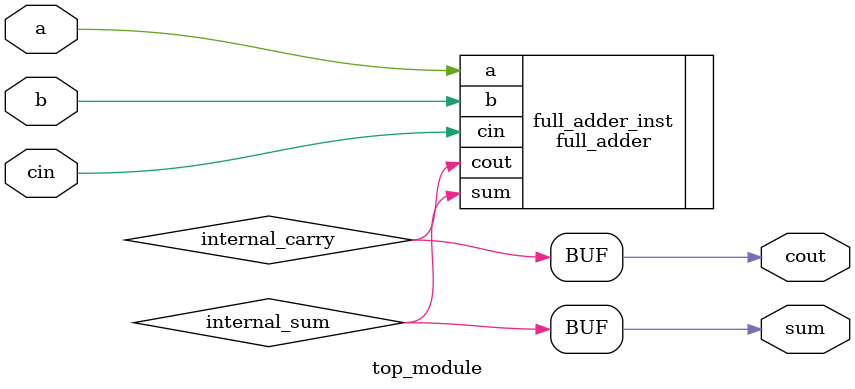
<source format=sv>
module top_module (
	input a,
	input b,
	input cin,
	output cout,
	output sum
);

	// Declare internal wires
	wire internal_carry;
	wire internal_sum;

	// Instantiate full adder
	full_adder full_adder_inst (
		.a(a),
		.b(b),
		.cin(cin),
		.cout(internal_carry),
		.sum(internal_sum)
	);

	// Assign internal signals to external outputs
	assign cout = internal_carry;
	assign sum = internal_sum;
endmodule

</source>
